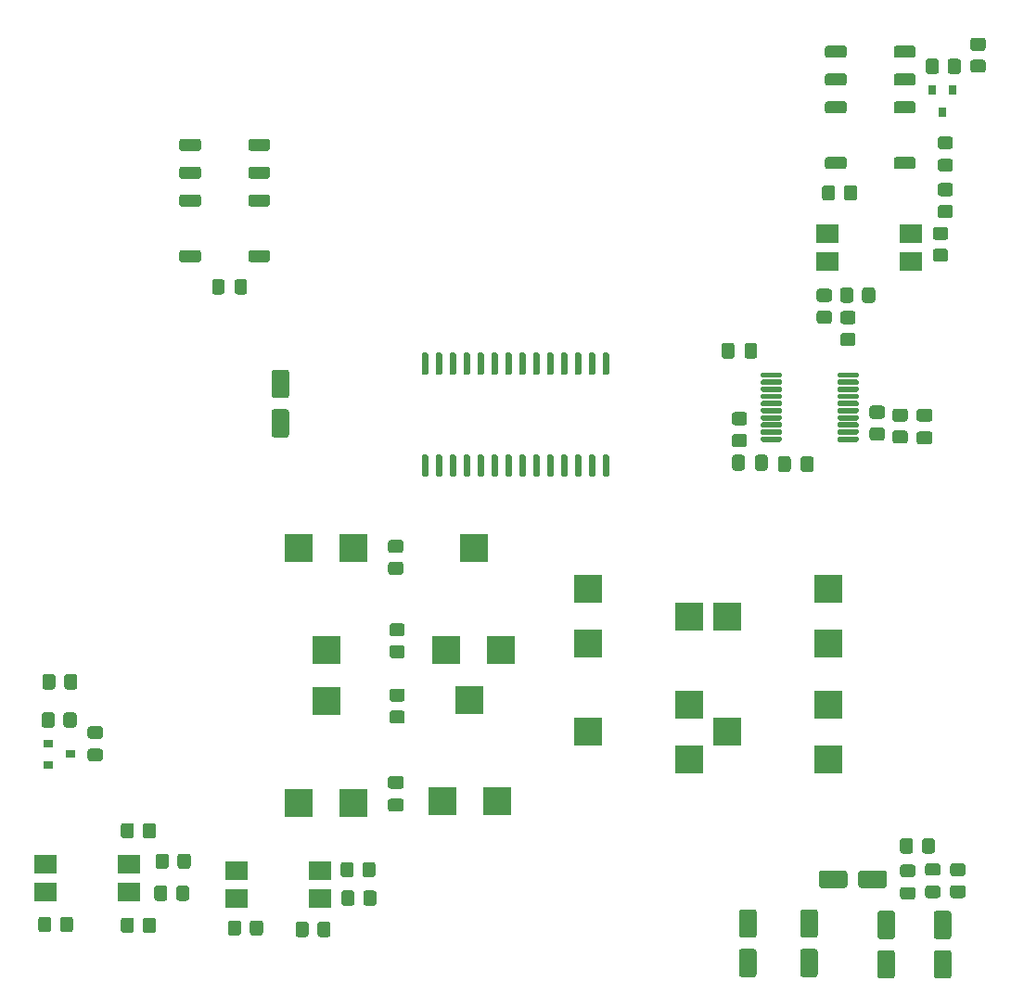
<source format=gbr>
%TF.GenerationSoftware,KiCad,Pcbnew,5.1.9-73d0e3b20d~88~ubuntu20.04.1*%
%TF.CreationDate,2021-04-05T22:07:47+03:00*%
%TF.ProjectId,hymRC,68796d52-432e-46b6-9963-61645f706362,rev?*%
%TF.SameCoordinates,Original*%
%TF.FileFunction,Paste,Top*%
%TF.FilePolarity,Positive*%
%FSLAX46Y46*%
G04 Gerber Fmt 4.6, Leading zero omitted, Abs format (unit mm)*
G04 Created by KiCad (PCBNEW 5.1.9-73d0e3b20d~88~ubuntu20.04.1) date 2021-04-05 22:07:47*
%MOMM*%
%LPD*%
G01*
G04 APERTURE LIST*
%ADD10R,2.000000X1.780000*%
%ADD11R,2.500000X2.500000*%
%ADD12R,0.800000X0.900000*%
%ADD13R,0.900000X0.800000*%
G04 APERTURE END LIST*
D10*
%TO.C,U12*%
X34671000Y-111252000D03*
X27051000Y-113792000D03*
X34671000Y-113792000D03*
X27051000Y-111252000D03*
%TD*%
%TO.C,U10*%
X106108500Y-53721000D03*
X98488500Y-56261000D03*
X106108500Y-56261000D03*
X98488500Y-53721000D03*
%TD*%
%TO.C,U3*%
X44513500Y-114363500D03*
X52133500Y-111823500D03*
X44513500Y-111823500D03*
X52133500Y-114363500D03*
%TD*%
%TO.C,U2*%
G36*
G01*
X78082000Y-73856000D02*
X78382000Y-73856000D01*
G75*
G02*
X78532000Y-74006000I0J-150000D01*
G01*
X78532000Y-75756000D01*
G75*
G02*
X78382000Y-75906000I-150000J0D01*
G01*
X78082000Y-75906000D01*
G75*
G02*
X77932000Y-75756000I0J150000D01*
G01*
X77932000Y-74006000D01*
G75*
G02*
X78082000Y-73856000I150000J0D01*
G01*
G37*
G36*
G01*
X76812000Y-73856000D02*
X77112000Y-73856000D01*
G75*
G02*
X77262000Y-74006000I0J-150000D01*
G01*
X77262000Y-75756000D01*
G75*
G02*
X77112000Y-75906000I-150000J0D01*
G01*
X76812000Y-75906000D01*
G75*
G02*
X76662000Y-75756000I0J150000D01*
G01*
X76662000Y-74006000D01*
G75*
G02*
X76812000Y-73856000I150000J0D01*
G01*
G37*
G36*
G01*
X75542000Y-73856000D02*
X75842000Y-73856000D01*
G75*
G02*
X75992000Y-74006000I0J-150000D01*
G01*
X75992000Y-75756000D01*
G75*
G02*
X75842000Y-75906000I-150000J0D01*
G01*
X75542000Y-75906000D01*
G75*
G02*
X75392000Y-75756000I0J150000D01*
G01*
X75392000Y-74006000D01*
G75*
G02*
X75542000Y-73856000I150000J0D01*
G01*
G37*
G36*
G01*
X74272000Y-73856000D02*
X74572000Y-73856000D01*
G75*
G02*
X74722000Y-74006000I0J-150000D01*
G01*
X74722000Y-75756000D01*
G75*
G02*
X74572000Y-75906000I-150000J0D01*
G01*
X74272000Y-75906000D01*
G75*
G02*
X74122000Y-75756000I0J150000D01*
G01*
X74122000Y-74006000D01*
G75*
G02*
X74272000Y-73856000I150000J0D01*
G01*
G37*
G36*
G01*
X73002000Y-73856000D02*
X73302000Y-73856000D01*
G75*
G02*
X73452000Y-74006000I0J-150000D01*
G01*
X73452000Y-75756000D01*
G75*
G02*
X73302000Y-75906000I-150000J0D01*
G01*
X73002000Y-75906000D01*
G75*
G02*
X72852000Y-75756000I0J150000D01*
G01*
X72852000Y-74006000D01*
G75*
G02*
X73002000Y-73856000I150000J0D01*
G01*
G37*
G36*
G01*
X71732000Y-73856000D02*
X72032000Y-73856000D01*
G75*
G02*
X72182000Y-74006000I0J-150000D01*
G01*
X72182000Y-75756000D01*
G75*
G02*
X72032000Y-75906000I-150000J0D01*
G01*
X71732000Y-75906000D01*
G75*
G02*
X71582000Y-75756000I0J150000D01*
G01*
X71582000Y-74006000D01*
G75*
G02*
X71732000Y-73856000I150000J0D01*
G01*
G37*
G36*
G01*
X70462000Y-73856000D02*
X70762000Y-73856000D01*
G75*
G02*
X70912000Y-74006000I0J-150000D01*
G01*
X70912000Y-75756000D01*
G75*
G02*
X70762000Y-75906000I-150000J0D01*
G01*
X70462000Y-75906000D01*
G75*
G02*
X70312000Y-75756000I0J150000D01*
G01*
X70312000Y-74006000D01*
G75*
G02*
X70462000Y-73856000I150000J0D01*
G01*
G37*
G36*
G01*
X69192000Y-73856000D02*
X69492000Y-73856000D01*
G75*
G02*
X69642000Y-74006000I0J-150000D01*
G01*
X69642000Y-75756000D01*
G75*
G02*
X69492000Y-75906000I-150000J0D01*
G01*
X69192000Y-75906000D01*
G75*
G02*
X69042000Y-75756000I0J150000D01*
G01*
X69042000Y-74006000D01*
G75*
G02*
X69192000Y-73856000I150000J0D01*
G01*
G37*
G36*
G01*
X67922000Y-73856000D02*
X68222000Y-73856000D01*
G75*
G02*
X68372000Y-74006000I0J-150000D01*
G01*
X68372000Y-75756000D01*
G75*
G02*
X68222000Y-75906000I-150000J0D01*
G01*
X67922000Y-75906000D01*
G75*
G02*
X67772000Y-75756000I0J150000D01*
G01*
X67772000Y-74006000D01*
G75*
G02*
X67922000Y-73856000I150000J0D01*
G01*
G37*
G36*
G01*
X66652000Y-73856000D02*
X66952000Y-73856000D01*
G75*
G02*
X67102000Y-74006000I0J-150000D01*
G01*
X67102000Y-75756000D01*
G75*
G02*
X66952000Y-75906000I-150000J0D01*
G01*
X66652000Y-75906000D01*
G75*
G02*
X66502000Y-75756000I0J150000D01*
G01*
X66502000Y-74006000D01*
G75*
G02*
X66652000Y-73856000I150000J0D01*
G01*
G37*
G36*
G01*
X65382000Y-73856000D02*
X65682000Y-73856000D01*
G75*
G02*
X65832000Y-74006000I0J-150000D01*
G01*
X65832000Y-75756000D01*
G75*
G02*
X65682000Y-75906000I-150000J0D01*
G01*
X65382000Y-75906000D01*
G75*
G02*
X65232000Y-75756000I0J150000D01*
G01*
X65232000Y-74006000D01*
G75*
G02*
X65382000Y-73856000I150000J0D01*
G01*
G37*
G36*
G01*
X64112000Y-73856000D02*
X64412000Y-73856000D01*
G75*
G02*
X64562000Y-74006000I0J-150000D01*
G01*
X64562000Y-75756000D01*
G75*
G02*
X64412000Y-75906000I-150000J0D01*
G01*
X64112000Y-75906000D01*
G75*
G02*
X63962000Y-75756000I0J150000D01*
G01*
X63962000Y-74006000D01*
G75*
G02*
X64112000Y-73856000I150000J0D01*
G01*
G37*
G36*
G01*
X62842000Y-73856000D02*
X63142000Y-73856000D01*
G75*
G02*
X63292000Y-74006000I0J-150000D01*
G01*
X63292000Y-75756000D01*
G75*
G02*
X63142000Y-75906000I-150000J0D01*
G01*
X62842000Y-75906000D01*
G75*
G02*
X62692000Y-75756000I0J150000D01*
G01*
X62692000Y-74006000D01*
G75*
G02*
X62842000Y-73856000I150000J0D01*
G01*
G37*
G36*
G01*
X61572000Y-73856000D02*
X61872000Y-73856000D01*
G75*
G02*
X62022000Y-74006000I0J-150000D01*
G01*
X62022000Y-75756000D01*
G75*
G02*
X61872000Y-75906000I-150000J0D01*
G01*
X61572000Y-75906000D01*
G75*
G02*
X61422000Y-75756000I0J150000D01*
G01*
X61422000Y-74006000D01*
G75*
G02*
X61572000Y-73856000I150000J0D01*
G01*
G37*
G36*
G01*
X61572000Y-64556000D02*
X61872000Y-64556000D01*
G75*
G02*
X62022000Y-64706000I0J-150000D01*
G01*
X62022000Y-66456000D01*
G75*
G02*
X61872000Y-66606000I-150000J0D01*
G01*
X61572000Y-66606000D01*
G75*
G02*
X61422000Y-66456000I0J150000D01*
G01*
X61422000Y-64706000D01*
G75*
G02*
X61572000Y-64556000I150000J0D01*
G01*
G37*
G36*
G01*
X62842000Y-64556000D02*
X63142000Y-64556000D01*
G75*
G02*
X63292000Y-64706000I0J-150000D01*
G01*
X63292000Y-66456000D01*
G75*
G02*
X63142000Y-66606000I-150000J0D01*
G01*
X62842000Y-66606000D01*
G75*
G02*
X62692000Y-66456000I0J150000D01*
G01*
X62692000Y-64706000D01*
G75*
G02*
X62842000Y-64556000I150000J0D01*
G01*
G37*
G36*
G01*
X64112000Y-64556000D02*
X64412000Y-64556000D01*
G75*
G02*
X64562000Y-64706000I0J-150000D01*
G01*
X64562000Y-66456000D01*
G75*
G02*
X64412000Y-66606000I-150000J0D01*
G01*
X64112000Y-66606000D01*
G75*
G02*
X63962000Y-66456000I0J150000D01*
G01*
X63962000Y-64706000D01*
G75*
G02*
X64112000Y-64556000I150000J0D01*
G01*
G37*
G36*
G01*
X65382000Y-64556000D02*
X65682000Y-64556000D01*
G75*
G02*
X65832000Y-64706000I0J-150000D01*
G01*
X65832000Y-66456000D01*
G75*
G02*
X65682000Y-66606000I-150000J0D01*
G01*
X65382000Y-66606000D01*
G75*
G02*
X65232000Y-66456000I0J150000D01*
G01*
X65232000Y-64706000D01*
G75*
G02*
X65382000Y-64556000I150000J0D01*
G01*
G37*
G36*
G01*
X66652000Y-64556000D02*
X66952000Y-64556000D01*
G75*
G02*
X67102000Y-64706000I0J-150000D01*
G01*
X67102000Y-66456000D01*
G75*
G02*
X66952000Y-66606000I-150000J0D01*
G01*
X66652000Y-66606000D01*
G75*
G02*
X66502000Y-66456000I0J150000D01*
G01*
X66502000Y-64706000D01*
G75*
G02*
X66652000Y-64556000I150000J0D01*
G01*
G37*
G36*
G01*
X67922000Y-64556000D02*
X68222000Y-64556000D01*
G75*
G02*
X68372000Y-64706000I0J-150000D01*
G01*
X68372000Y-66456000D01*
G75*
G02*
X68222000Y-66606000I-150000J0D01*
G01*
X67922000Y-66606000D01*
G75*
G02*
X67772000Y-66456000I0J150000D01*
G01*
X67772000Y-64706000D01*
G75*
G02*
X67922000Y-64556000I150000J0D01*
G01*
G37*
G36*
G01*
X69192000Y-64556000D02*
X69492000Y-64556000D01*
G75*
G02*
X69642000Y-64706000I0J-150000D01*
G01*
X69642000Y-66456000D01*
G75*
G02*
X69492000Y-66606000I-150000J0D01*
G01*
X69192000Y-66606000D01*
G75*
G02*
X69042000Y-66456000I0J150000D01*
G01*
X69042000Y-64706000D01*
G75*
G02*
X69192000Y-64556000I150000J0D01*
G01*
G37*
G36*
G01*
X70462000Y-64556000D02*
X70762000Y-64556000D01*
G75*
G02*
X70912000Y-64706000I0J-150000D01*
G01*
X70912000Y-66456000D01*
G75*
G02*
X70762000Y-66606000I-150000J0D01*
G01*
X70462000Y-66606000D01*
G75*
G02*
X70312000Y-66456000I0J150000D01*
G01*
X70312000Y-64706000D01*
G75*
G02*
X70462000Y-64556000I150000J0D01*
G01*
G37*
G36*
G01*
X71732000Y-64556000D02*
X72032000Y-64556000D01*
G75*
G02*
X72182000Y-64706000I0J-150000D01*
G01*
X72182000Y-66456000D01*
G75*
G02*
X72032000Y-66606000I-150000J0D01*
G01*
X71732000Y-66606000D01*
G75*
G02*
X71582000Y-66456000I0J150000D01*
G01*
X71582000Y-64706000D01*
G75*
G02*
X71732000Y-64556000I150000J0D01*
G01*
G37*
G36*
G01*
X73002000Y-64556000D02*
X73302000Y-64556000D01*
G75*
G02*
X73452000Y-64706000I0J-150000D01*
G01*
X73452000Y-66456000D01*
G75*
G02*
X73302000Y-66606000I-150000J0D01*
G01*
X73002000Y-66606000D01*
G75*
G02*
X72852000Y-66456000I0J150000D01*
G01*
X72852000Y-64706000D01*
G75*
G02*
X73002000Y-64556000I150000J0D01*
G01*
G37*
G36*
G01*
X74272000Y-64556000D02*
X74572000Y-64556000D01*
G75*
G02*
X74722000Y-64706000I0J-150000D01*
G01*
X74722000Y-66456000D01*
G75*
G02*
X74572000Y-66606000I-150000J0D01*
G01*
X74272000Y-66606000D01*
G75*
G02*
X74122000Y-66456000I0J150000D01*
G01*
X74122000Y-64706000D01*
G75*
G02*
X74272000Y-64556000I150000J0D01*
G01*
G37*
G36*
G01*
X75542000Y-64556000D02*
X75842000Y-64556000D01*
G75*
G02*
X75992000Y-64706000I0J-150000D01*
G01*
X75992000Y-66456000D01*
G75*
G02*
X75842000Y-66606000I-150000J0D01*
G01*
X75542000Y-66606000D01*
G75*
G02*
X75392000Y-66456000I0J150000D01*
G01*
X75392000Y-64706000D01*
G75*
G02*
X75542000Y-64556000I150000J0D01*
G01*
G37*
G36*
G01*
X76812000Y-64556000D02*
X77112000Y-64556000D01*
G75*
G02*
X77262000Y-64706000I0J-150000D01*
G01*
X77262000Y-66456000D01*
G75*
G02*
X77112000Y-66606000I-150000J0D01*
G01*
X76812000Y-66606000D01*
G75*
G02*
X76662000Y-66456000I0J150000D01*
G01*
X76662000Y-64706000D01*
G75*
G02*
X76812000Y-64556000I150000J0D01*
G01*
G37*
G36*
G01*
X78082000Y-64556000D02*
X78382000Y-64556000D01*
G75*
G02*
X78532000Y-64706000I0J-150000D01*
G01*
X78532000Y-66456000D01*
G75*
G02*
X78382000Y-66606000I-150000J0D01*
G01*
X78082000Y-66606000D01*
G75*
G02*
X77932000Y-66456000I0J150000D01*
G01*
X77932000Y-64706000D01*
G75*
G02*
X78082000Y-64556000I150000J0D01*
G01*
G37*
%TD*%
%TO.C,U1*%
G36*
G01*
X94287500Y-72332500D02*
X94287500Y-72582500D01*
G75*
G02*
X94162500Y-72707500I-125000J0D01*
G01*
X92512500Y-72707500D01*
G75*
G02*
X92387500Y-72582500I0J125000D01*
G01*
X92387500Y-72332500D01*
G75*
G02*
X92512500Y-72207500I125000J0D01*
G01*
X94162500Y-72207500D01*
G75*
G02*
X94287500Y-72332500I0J-125000D01*
G01*
G37*
G36*
G01*
X94287500Y-71682500D02*
X94287500Y-71932500D01*
G75*
G02*
X94162500Y-72057500I-125000J0D01*
G01*
X92512500Y-72057500D01*
G75*
G02*
X92387500Y-71932500I0J125000D01*
G01*
X92387500Y-71682500D01*
G75*
G02*
X92512500Y-71557500I125000J0D01*
G01*
X94162500Y-71557500D01*
G75*
G02*
X94287500Y-71682500I0J-125000D01*
G01*
G37*
G36*
G01*
X94287500Y-71032500D02*
X94287500Y-71282500D01*
G75*
G02*
X94162500Y-71407500I-125000J0D01*
G01*
X92512500Y-71407500D01*
G75*
G02*
X92387500Y-71282500I0J125000D01*
G01*
X92387500Y-71032500D01*
G75*
G02*
X92512500Y-70907500I125000J0D01*
G01*
X94162500Y-70907500D01*
G75*
G02*
X94287500Y-71032500I0J-125000D01*
G01*
G37*
G36*
G01*
X94287500Y-70382500D02*
X94287500Y-70632500D01*
G75*
G02*
X94162500Y-70757500I-125000J0D01*
G01*
X92512500Y-70757500D01*
G75*
G02*
X92387500Y-70632500I0J125000D01*
G01*
X92387500Y-70382500D01*
G75*
G02*
X92512500Y-70257500I125000J0D01*
G01*
X94162500Y-70257500D01*
G75*
G02*
X94287500Y-70382500I0J-125000D01*
G01*
G37*
G36*
G01*
X94287500Y-69732500D02*
X94287500Y-69982500D01*
G75*
G02*
X94162500Y-70107500I-125000J0D01*
G01*
X92512500Y-70107500D01*
G75*
G02*
X92387500Y-69982500I0J125000D01*
G01*
X92387500Y-69732500D01*
G75*
G02*
X92512500Y-69607500I125000J0D01*
G01*
X94162500Y-69607500D01*
G75*
G02*
X94287500Y-69732500I0J-125000D01*
G01*
G37*
G36*
G01*
X94287500Y-69082500D02*
X94287500Y-69332500D01*
G75*
G02*
X94162500Y-69457500I-125000J0D01*
G01*
X92512500Y-69457500D01*
G75*
G02*
X92387500Y-69332500I0J125000D01*
G01*
X92387500Y-69082500D01*
G75*
G02*
X92512500Y-68957500I125000J0D01*
G01*
X94162500Y-68957500D01*
G75*
G02*
X94287500Y-69082500I0J-125000D01*
G01*
G37*
G36*
G01*
X94287500Y-68432500D02*
X94287500Y-68682500D01*
G75*
G02*
X94162500Y-68807500I-125000J0D01*
G01*
X92512500Y-68807500D01*
G75*
G02*
X92387500Y-68682500I0J125000D01*
G01*
X92387500Y-68432500D01*
G75*
G02*
X92512500Y-68307500I125000J0D01*
G01*
X94162500Y-68307500D01*
G75*
G02*
X94287500Y-68432500I0J-125000D01*
G01*
G37*
G36*
G01*
X94287500Y-67782500D02*
X94287500Y-68032500D01*
G75*
G02*
X94162500Y-68157500I-125000J0D01*
G01*
X92512500Y-68157500D01*
G75*
G02*
X92387500Y-68032500I0J125000D01*
G01*
X92387500Y-67782500D01*
G75*
G02*
X92512500Y-67657500I125000J0D01*
G01*
X94162500Y-67657500D01*
G75*
G02*
X94287500Y-67782500I0J-125000D01*
G01*
G37*
G36*
G01*
X94287500Y-67132500D02*
X94287500Y-67382500D01*
G75*
G02*
X94162500Y-67507500I-125000J0D01*
G01*
X92512500Y-67507500D01*
G75*
G02*
X92387500Y-67382500I0J125000D01*
G01*
X92387500Y-67132500D01*
G75*
G02*
X92512500Y-67007500I125000J0D01*
G01*
X94162500Y-67007500D01*
G75*
G02*
X94287500Y-67132500I0J-125000D01*
G01*
G37*
G36*
G01*
X94287500Y-66482500D02*
X94287500Y-66732500D01*
G75*
G02*
X94162500Y-66857500I-125000J0D01*
G01*
X92512500Y-66857500D01*
G75*
G02*
X92387500Y-66732500I0J125000D01*
G01*
X92387500Y-66482500D01*
G75*
G02*
X92512500Y-66357500I125000J0D01*
G01*
X94162500Y-66357500D01*
G75*
G02*
X94287500Y-66482500I0J-125000D01*
G01*
G37*
G36*
G01*
X101287500Y-66482500D02*
X101287500Y-66732500D01*
G75*
G02*
X101162500Y-66857500I-125000J0D01*
G01*
X99512500Y-66857500D01*
G75*
G02*
X99387500Y-66732500I0J125000D01*
G01*
X99387500Y-66482500D01*
G75*
G02*
X99512500Y-66357500I125000J0D01*
G01*
X101162500Y-66357500D01*
G75*
G02*
X101287500Y-66482500I0J-125000D01*
G01*
G37*
G36*
G01*
X101287500Y-67132500D02*
X101287500Y-67382500D01*
G75*
G02*
X101162500Y-67507500I-125000J0D01*
G01*
X99512500Y-67507500D01*
G75*
G02*
X99387500Y-67382500I0J125000D01*
G01*
X99387500Y-67132500D01*
G75*
G02*
X99512500Y-67007500I125000J0D01*
G01*
X101162500Y-67007500D01*
G75*
G02*
X101287500Y-67132500I0J-125000D01*
G01*
G37*
G36*
G01*
X101287500Y-67782500D02*
X101287500Y-68032500D01*
G75*
G02*
X101162500Y-68157500I-125000J0D01*
G01*
X99512500Y-68157500D01*
G75*
G02*
X99387500Y-68032500I0J125000D01*
G01*
X99387500Y-67782500D01*
G75*
G02*
X99512500Y-67657500I125000J0D01*
G01*
X101162500Y-67657500D01*
G75*
G02*
X101287500Y-67782500I0J-125000D01*
G01*
G37*
G36*
G01*
X101287500Y-68432500D02*
X101287500Y-68682500D01*
G75*
G02*
X101162500Y-68807500I-125000J0D01*
G01*
X99512500Y-68807500D01*
G75*
G02*
X99387500Y-68682500I0J125000D01*
G01*
X99387500Y-68432500D01*
G75*
G02*
X99512500Y-68307500I125000J0D01*
G01*
X101162500Y-68307500D01*
G75*
G02*
X101287500Y-68432500I0J-125000D01*
G01*
G37*
G36*
G01*
X101287500Y-69082500D02*
X101287500Y-69332500D01*
G75*
G02*
X101162500Y-69457500I-125000J0D01*
G01*
X99512500Y-69457500D01*
G75*
G02*
X99387500Y-69332500I0J125000D01*
G01*
X99387500Y-69082500D01*
G75*
G02*
X99512500Y-68957500I125000J0D01*
G01*
X101162500Y-68957500D01*
G75*
G02*
X101287500Y-69082500I0J-125000D01*
G01*
G37*
G36*
G01*
X101287500Y-69732500D02*
X101287500Y-69982500D01*
G75*
G02*
X101162500Y-70107500I-125000J0D01*
G01*
X99512500Y-70107500D01*
G75*
G02*
X99387500Y-69982500I0J125000D01*
G01*
X99387500Y-69732500D01*
G75*
G02*
X99512500Y-69607500I125000J0D01*
G01*
X101162500Y-69607500D01*
G75*
G02*
X101287500Y-69732500I0J-125000D01*
G01*
G37*
G36*
G01*
X101287500Y-70382500D02*
X101287500Y-70632500D01*
G75*
G02*
X101162500Y-70757500I-125000J0D01*
G01*
X99512500Y-70757500D01*
G75*
G02*
X99387500Y-70632500I0J125000D01*
G01*
X99387500Y-70382500D01*
G75*
G02*
X99512500Y-70257500I125000J0D01*
G01*
X101162500Y-70257500D01*
G75*
G02*
X101287500Y-70382500I0J-125000D01*
G01*
G37*
G36*
G01*
X101287500Y-71032500D02*
X101287500Y-71282500D01*
G75*
G02*
X101162500Y-71407500I-125000J0D01*
G01*
X99512500Y-71407500D01*
G75*
G02*
X99387500Y-71282500I0J125000D01*
G01*
X99387500Y-71032500D01*
G75*
G02*
X99512500Y-70907500I125000J0D01*
G01*
X101162500Y-70907500D01*
G75*
G02*
X101287500Y-71032500I0J-125000D01*
G01*
G37*
G36*
G01*
X101287500Y-71682500D02*
X101287500Y-71932500D01*
G75*
G02*
X101162500Y-72057500I-125000J0D01*
G01*
X99512500Y-72057500D01*
G75*
G02*
X99387500Y-71932500I0J125000D01*
G01*
X99387500Y-71682500D01*
G75*
G02*
X99512500Y-71557500I125000J0D01*
G01*
X101162500Y-71557500D01*
G75*
G02*
X101287500Y-71682500I0J-125000D01*
G01*
G37*
G36*
G01*
X101287500Y-72332500D02*
X101287500Y-72582500D01*
G75*
G02*
X101162500Y-72707500I-125000J0D01*
G01*
X99512500Y-72707500D01*
G75*
G02*
X99387500Y-72582500I0J125000D01*
G01*
X99387500Y-72332500D01*
G75*
G02*
X99512500Y-72207500I125000J0D01*
G01*
X101162500Y-72207500D01*
G75*
G02*
X101287500Y-72332500I0J-125000D01*
G01*
G37*
%TD*%
D11*
%TO.C,RV8*%
X98541500Y-96687000D03*
X89291500Y-99187000D03*
X98541500Y-101687000D03*
%TD*%
%TO.C,RV7*%
X76591500Y-91146000D03*
X85841500Y-88646000D03*
X76591500Y-86146000D03*
%TD*%
%TO.C,RV6*%
X85841500Y-96687000D03*
X76591500Y-99187000D03*
X85841500Y-101687000D03*
%TD*%
%TO.C,RV5*%
X98541500Y-86146000D03*
X89291500Y-88646000D03*
X98541500Y-91146000D03*
%TD*%
%TO.C,RV4*%
X68667000Y-91683500D03*
X66167000Y-82433500D03*
X63667000Y-91683500D03*
%TD*%
%TO.C,RV3*%
X55205000Y-105653500D03*
X52705000Y-96403500D03*
X50205000Y-105653500D03*
%TD*%
%TO.C,RV2*%
X50205000Y-82433500D03*
X52705000Y-91683500D03*
X55205000Y-82433500D03*
%TD*%
%TO.C,RV1*%
X68286000Y-105526500D03*
X65786000Y-96276500D03*
X63286000Y-105526500D03*
%TD*%
%TO.C,R93*%
G36*
G01*
X39008000Y-114369001D02*
X39008000Y-113468999D01*
G75*
G02*
X39257999Y-113219000I249999J0D01*
G01*
X39958001Y-113219000D01*
G75*
G02*
X40208000Y-113468999I0J-249999D01*
G01*
X40208000Y-114369001D01*
G75*
G02*
X39958001Y-114619000I-249999J0D01*
G01*
X39257999Y-114619000D01*
G75*
G02*
X39008000Y-114369001I0J249999D01*
G01*
G37*
G36*
G01*
X37008000Y-114369001D02*
X37008000Y-113468999D01*
G75*
G02*
X37257999Y-113219000I249999J0D01*
G01*
X37958001Y-113219000D01*
G75*
G02*
X38208000Y-113468999I0J-249999D01*
G01*
X38208000Y-114369001D01*
G75*
G02*
X37958001Y-114619000I-249999J0D01*
G01*
X37257999Y-114619000D01*
G75*
G02*
X37008000Y-114369001I0J249999D01*
G01*
G37*
%TD*%
%TO.C,R92*%
G36*
G01*
X39135000Y-111448001D02*
X39135000Y-110547999D01*
G75*
G02*
X39384999Y-110298000I249999J0D01*
G01*
X40085001Y-110298000D01*
G75*
G02*
X40335000Y-110547999I0J-249999D01*
G01*
X40335000Y-111448001D01*
G75*
G02*
X40085001Y-111698000I-249999J0D01*
G01*
X39384999Y-111698000D01*
G75*
G02*
X39135000Y-111448001I0J249999D01*
G01*
G37*
G36*
G01*
X37135000Y-111448001D02*
X37135000Y-110547999D01*
G75*
G02*
X37384999Y-110298000I249999J0D01*
G01*
X38085001Y-110298000D01*
G75*
G02*
X38335000Y-110547999I0J-249999D01*
G01*
X38335000Y-111448001D01*
G75*
G02*
X38085001Y-111698000I-249999J0D01*
G01*
X37384999Y-111698000D01*
G75*
G02*
X37135000Y-111448001I0J249999D01*
G01*
G37*
%TD*%
%TO.C,R91*%
G36*
G01*
X35160000Y-116389999D02*
X35160000Y-117290001D01*
G75*
G02*
X34910001Y-117540000I-249999J0D01*
G01*
X34209999Y-117540000D01*
G75*
G02*
X33960000Y-117290001I0J249999D01*
G01*
X33960000Y-116389999D01*
G75*
G02*
X34209999Y-116140000I249999J0D01*
G01*
X34910001Y-116140000D01*
G75*
G02*
X35160000Y-116389999I0J-249999D01*
G01*
G37*
G36*
G01*
X37160000Y-116389999D02*
X37160000Y-117290001D01*
G75*
G02*
X36910001Y-117540000I-249999J0D01*
G01*
X36209999Y-117540000D01*
G75*
G02*
X35960000Y-117290001I0J249999D01*
G01*
X35960000Y-116389999D01*
G75*
G02*
X36209999Y-116140000I249999J0D01*
G01*
X36910001Y-116140000D01*
G75*
G02*
X37160000Y-116389999I0J-249999D01*
G01*
G37*
%TD*%
%TO.C,R90*%
G36*
G01*
X35160000Y-107753999D02*
X35160000Y-108654001D01*
G75*
G02*
X34910001Y-108904000I-249999J0D01*
G01*
X34209999Y-108904000D01*
G75*
G02*
X33960000Y-108654001I0J249999D01*
G01*
X33960000Y-107753999D01*
G75*
G02*
X34209999Y-107504000I249999J0D01*
G01*
X34910001Y-107504000D01*
G75*
G02*
X35160000Y-107753999I0J-249999D01*
G01*
G37*
G36*
G01*
X37160000Y-107753999D02*
X37160000Y-108654001D01*
G75*
G02*
X36910001Y-108904000I-249999J0D01*
G01*
X36209999Y-108904000D01*
G75*
G02*
X35960000Y-108654001I0J249999D01*
G01*
X35960000Y-107753999D01*
G75*
G02*
X36209999Y-107504000I249999J0D01*
G01*
X36910001Y-107504000D01*
G75*
G02*
X37160000Y-107753999I0J-249999D01*
G01*
G37*
%TD*%
%TO.C,R89*%
G36*
G01*
X27603500Y-116326499D02*
X27603500Y-117226501D01*
G75*
G02*
X27353501Y-117476500I-249999J0D01*
G01*
X26653499Y-117476500D01*
G75*
G02*
X26403500Y-117226501I0J249999D01*
G01*
X26403500Y-116326499D01*
G75*
G02*
X26653499Y-116076500I249999J0D01*
G01*
X27353501Y-116076500D01*
G75*
G02*
X27603500Y-116326499I0J-249999D01*
G01*
G37*
G36*
G01*
X29603500Y-116326499D02*
X29603500Y-117226501D01*
G75*
G02*
X29353501Y-117476500I-249999J0D01*
G01*
X28653499Y-117476500D01*
G75*
G02*
X28403500Y-117226501I0J249999D01*
G01*
X28403500Y-116326499D01*
G75*
G02*
X28653499Y-116076500I249999J0D01*
G01*
X29353501Y-116076500D01*
G75*
G02*
X29603500Y-116326499I0J-249999D01*
G01*
G37*
%TD*%
%TO.C,R84*%
G36*
G01*
X99168000Y-49524499D02*
X99168000Y-50424501D01*
G75*
G02*
X98918001Y-50674500I-249999J0D01*
G01*
X98217999Y-50674500D01*
G75*
G02*
X97968000Y-50424501I0J249999D01*
G01*
X97968000Y-49524499D01*
G75*
G02*
X98217999Y-49274500I249999J0D01*
G01*
X98918001Y-49274500D01*
G75*
G02*
X99168000Y-49524499I0J-249999D01*
G01*
G37*
G36*
G01*
X101168000Y-49524499D02*
X101168000Y-50424501D01*
G75*
G02*
X100918001Y-50674500I-249999J0D01*
G01*
X100217999Y-50674500D01*
G75*
G02*
X99968000Y-50424501I0J249999D01*
G01*
X99968000Y-49524499D01*
G75*
G02*
X100217999Y-49274500I249999J0D01*
G01*
X100918001Y-49274500D01*
G75*
G02*
X101168000Y-49524499I0J-249999D01*
G01*
G37*
%TD*%
%TO.C,R83*%
G36*
G01*
X101619000Y-59759001D02*
X101619000Y-58858999D01*
G75*
G02*
X101868999Y-58609000I249999J0D01*
G01*
X102569001Y-58609000D01*
G75*
G02*
X102819000Y-58858999I0J-249999D01*
G01*
X102819000Y-59759001D01*
G75*
G02*
X102569001Y-60009000I-249999J0D01*
G01*
X101868999Y-60009000D01*
G75*
G02*
X101619000Y-59759001I0J249999D01*
G01*
G37*
G36*
G01*
X99619000Y-59759001D02*
X99619000Y-58858999D01*
G75*
G02*
X99868999Y-58609000I249999J0D01*
G01*
X100569001Y-58609000D01*
G75*
G02*
X100819000Y-58858999I0J-249999D01*
G01*
X100819000Y-59759001D01*
G75*
G02*
X100569001Y-60009000I-249999J0D01*
G01*
X99868999Y-60009000D01*
G75*
G02*
X99619000Y-59759001I0J249999D01*
G01*
G37*
%TD*%
%TO.C,R82*%
G36*
G01*
X97720999Y-60725000D02*
X98621001Y-60725000D01*
G75*
G02*
X98871000Y-60974999I0J-249999D01*
G01*
X98871000Y-61675001D01*
G75*
G02*
X98621001Y-61925000I-249999J0D01*
G01*
X97720999Y-61925000D01*
G75*
G02*
X97471000Y-61675001I0J249999D01*
G01*
X97471000Y-60974999D01*
G75*
G02*
X97720999Y-60725000I249999J0D01*
G01*
G37*
G36*
G01*
X97720999Y-58725000D02*
X98621001Y-58725000D01*
G75*
G02*
X98871000Y-58974999I0J-249999D01*
G01*
X98871000Y-59675001D01*
G75*
G02*
X98621001Y-59925000I-249999J0D01*
G01*
X97720999Y-59925000D01*
G75*
G02*
X97471000Y-59675001I0J249999D01*
G01*
X97471000Y-58974999D01*
G75*
G02*
X97720999Y-58725000I249999J0D01*
G01*
G37*
%TD*%
%TO.C,R81*%
G36*
G01*
X99879999Y-62757000D02*
X100780001Y-62757000D01*
G75*
G02*
X101030000Y-63006999I0J-249999D01*
G01*
X101030000Y-63707001D01*
G75*
G02*
X100780001Y-63957000I-249999J0D01*
G01*
X99879999Y-63957000D01*
G75*
G02*
X99630000Y-63707001I0J249999D01*
G01*
X99630000Y-63006999D01*
G75*
G02*
X99879999Y-62757000I249999J0D01*
G01*
G37*
G36*
G01*
X99879999Y-60757000D02*
X100780001Y-60757000D01*
G75*
G02*
X101030000Y-61006999I0J-249999D01*
G01*
X101030000Y-61707001D01*
G75*
G02*
X100780001Y-61957000I-249999J0D01*
G01*
X99879999Y-61957000D01*
G75*
G02*
X99630000Y-61707001I0J249999D01*
G01*
X99630000Y-61006999D01*
G75*
G02*
X99879999Y-60757000I249999J0D01*
G01*
G37*
%TD*%
%TO.C,R78*%
G36*
G01*
X45739000Y-117544001D02*
X45739000Y-116643999D01*
G75*
G02*
X45988999Y-116394000I249999J0D01*
G01*
X46689001Y-116394000D01*
G75*
G02*
X46939000Y-116643999I0J-249999D01*
G01*
X46939000Y-117544001D01*
G75*
G02*
X46689001Y-117794000I-249999J0D01*
G01*
X45988999Y-117794000D01*
G75*
G02*
X45739000Y-117544001I0J249999D01*
G01*
G37*
G36*
G01*
X43739000Y-117544001D02*
X43739000Y-116643999D01*
G75*
G02*
X43988999Y-116394000I249999J0D01*
G01*
X44689001Y-116394000D01*
G75*
G02*
X44939000Y-116643999I0J-249999D01*
G01*
X44939000Y-117544001D01*
G75*
G02*
X44689001Y-117794000I-249999J0D01*
G01*
X43988999Y-117794000D01*
G75*
G02*
X43739000Y-117544001I0J249999D01*
G01*
G37*
%TD*%
%TO.C,R77*%
G36*
G01*
X51098500Y-116770999D02*
X51098500Y-117671001D01*
G75*
G02*
X50848501Y-117921000I-249999J0D01*
G01*
X50148499Y-117921000D01*
G75*
G02*
X49898500Y-117671001I0J249999D01*
G01*
X49898500Y-116770999D01*
G75*
G02*
X50148499Y-116521000I249999J0D01*
G01*
X50848501Y-116521000D01*
G75*
G02*
X51098500Y-116770999I0J-249999D01*
G01*
G37*
G36*
G01*
X53098500Y-116770999D02*
X53098500Y-117671001D01*
G75*
G02*
X52848501Y-117921000I-249999J0D01*
G01*
X52148499Y-117921000D01*
G75*
G02*
X51898500Y-117671001I0J249999D01*
G01*
X51898500Y-116770999D01*
G75*
G02*
X52148499Y-116521000I249999J0D01*
G01*
X52848501Y-116521000D01*
G75*
G02*
X53098500Y-116770999I0J-249999D01*
G01*
G37*
%TD*%
%TO.C,R41*%
G36*
G01*
X59632001Y-90468500D02*
X58731999Y-90468500D01*
G75*
G02*
X58482000Y-90218501I0J249999D01*
G01*
X58482000Y-89518499D01*
G75*
G02*
X58731999Y-89268500I249999J0D01*
G01*
X59632001Y-89268500D01*
G75*
G02*
X59882000Y-89518499I0J-249999D01*
G01*
X59882000Y-90218501D01*
G75*
G02*
X59632001Y-90468500I-249999J0D01*
G01*
G37*
G36*
G01*
X59632001Y-92468500D02*
X58731999Y-92468500D01*
G75*
G02*
X58482000Y-92218501I0J249999D01*
G01*
X58482000Y-91518499D01*
G75*
G02*
X58731999Y-91268500I249999J0D01*
G01*
X59632001Y-91268500D01*
G75*
G02*
X59882000Y-91518499I0J-249999D01*
G01*
X59882000Y-92218501D01*
G75*
G02*
X59632001Y-92468500I-249999J0D01*
G01*
G37*
%TD*%
%TO.C,R32*%
G36*
G01*
X59505001Y-82848500D02*
X58604999Y-82848500D01*
G75*
G02*
X58355000Y-82598501I0J249999D01*
G01*
X58355000Y-81898499D01*
G75*
G02*
X58604999Y-81648500I249999J0D01*
G01*
X59505001Y-81648500D01*
G75*
G02*
X59755000Y-81898499I0J-249999D01*
G01*
X59755000Y-82598501D01*
G75*
G02*
X59505001Y-82848500I-249999J0D01*
G01*
G37*
G36*
G01*
X59505001Y-84848500D02*
X58604999Y-84848500D01*
G75*
G02*
X58355000Y-84598501I0J249999D01*
G01*
X58355000Y-83898499D01*
G75*
G02*
X58604999Y-83648500I249999J0D01*
G01*
X59505001Y-83648500D01*
G75*
G02*
X59755000Y-83898499I0J-249999D01*
G01*
X59755000Y-84598501D01*
G75*
G02*
X59505001Y-84848500I-249999J0D01*
G01*
G37*
%TD*%
%TO.C,R24*%
G36*
G01*
X59632001Y-96437500D02*
X58731999Y-96437500D01*
G75*
G02*
X58482000Y-96187501I0J249999D01*
G01*
X58482000Y-95487499D01*
G75*
G02*
X58731999Y-95237500I249999J0D01*
G01*
X59632001Y-95237500D01*
G75*
G02*
X59882000Y-95487499I0J-249999D01*
G01*
X59882000Y-96187501D01*
G75*
G02*
X59632001Y-96437500I-249999J0D01*
G01*
G37*
G36*
G01*
X59632001Y-98437500D02*
X58731999Y-98437500D01*
G75*
G02*
X58482000Y-98187501I0J249999D01*
G01*
X58482000Y-97487499D01*
G75*
G02*
X58731999Y-97237500I249999J0D01*
G01*
X59632001Y-97237500D01*
G75*
G02*
X59882000Y-97487499I0J-249999D01*
G01*
X59882000Y-98187501D01*
G75*
G02*
X59632001Y-98437500I-249999J0D01*
G01*
G37*
%TD*%
%TO.C,R23*%
G36*
G01*
X107080000Y-110051001D02*
X107080000Y-109150999D01*
G75*
G02*
X107329999Y-108901000I249999J0D01*
G01*
X108030001Y-108901000D01*
G75*
G02*
X108280000Y-109150999I0J-249999D01*
G01*
X108280000Y-110051001D01*
G75*
G02*
X108030001Y-110301000I-249999J0D01*
G01*
X107329999Y-110301000D01*
G75*
G02*
X107080000Y-110051001I0J249999D01*
G01*
G37*
G36*
G01*
X105080000Y-110051001D02*
X105080000Y-109150999D01*
G75*
G02*
X105329999Y-108901000I249999J0D01*
G01*
X106030001Y-108901000D01*
G75*
G02*
X106280000Y-109150999I0J-249999D01*
G01*
X106280000Y-110051001D01*
G75*
G02*
X106030001Y-110301000I-249999J0D01*
G01*
X105329999Y-110301000D01*
G75*
G02*
X105080000Y-110051001I0J249999D01*
G01*
G37*
%TD*%
%TO.C,R22*%
G36*
G01*
X110813001Y-112376000D02*
X109912999Y-112376000D01*
G75*
G02*
X109663000Y-112126001I0J249999D01*
G01*
X109663000Y-111425999D01*
G75*
G02*
X109912999Y-111176000I249999J0D01*
G01*
X110813001Y-111176000D01*
G75*
G02*
X111063000Y-111425999I0J-249999D01*
G01*
X111063000Y-112126001D01*
G75*
G02*
X110813001Y-112376000I-249999J0D01*
G01*
G37*
G36*
G01*
X110813001Y-114376000D02*
X109912999Y-114376000D01*
G75*
G02*
X109663000Y-114126001I0J249999D01*
G01*
X109663000Y-113425999D01*
G75*
G02*
X109912999Y-113176000I249999J0D01*
G01*
X110813001Y-113176000D01*
G75*
G02*
X111063000Y-113425999I0J-249999D01*
G01*
X111063000Y-114126001D01*
G75*
G02*
X110813001Y-114376000I-249999J0D01*
G01*
G37*
%TD*%
%TO.C,R21*%
G36*
G01*
X108629500Y-37967499D02*
X108629500Y-38867501D01*
G75*
G02*
X108379501Y-39117500I-249999J0D01*
G01*
X107679499Y-39117500D01*
G75*
G02*
X107429500Y-38867501I0J249999D01*
G01*
X107429500Y-37967499D01*
G75*
G02*
X107679499Y-37717500I249999J0D01*
G01*
X108379501Y-37717500D01*
G75*
G02*
X108629500Y-37967499I0J-249999D01*
G01*
G37*
G36*
G01*
X110629500Y-37967499D02*
X110629500Y-38867501D01*
G75*
G02*
X110379501Y-39117500I-249999J0D01*
G01*
X109679499Y-39117500D01*
G75*
G02*
X109429500Y-38867501I0J249999D01*
G01*
X109429500Y-37967499D01*
G75*
G02*
X109679499Y-37717500I249999J0D01*
G01*
X110379501Y-37717500D01*
G75*
G02*
X110629500Y-37967499I0J-249999D01*
G01*
G37*
%TD*%
%TO.C,R20*%
G36*
G01*
X112654501Y-37001500D02*
X111754499Y-37001500D01*
G75*
G02*
X111504500Y-36751501I0J249999D01*
G01*
X111504500Y-36051499D01*
G75*
G02*
X111754499Y-35801500I249999J0D01*
G01*
X112654501Y-35801500D01*
G75*
G02*
X112904500Y-36051499I0J-249999D01*
G01*
X112904500Y-36751501D01*
G75*
G02*
X112654501Y-37001500I-249999J0D01*
G01*
G37*
G36*
G01*
X112654501Y-39001500D02*
X111754499Y-39001500D01*
G75*
G02*
X111504500Y-38751501I0J249999D01*
G01*
X111504500Y-38051499D01*
G75*
G02*
X111754499Y-37801500I249999J0D01*
G01*
X112654501Y-37801500D01*
G75*
G02*
X112904500Y-38051499I0J-249999D01*
G01*
X112904500Y-38751501D01*
G75*
G02*
X112654501Y-39001500I-249999J0D01*
G01*
G37*
%TD*%
%TO.C,R17*%
G36*
G01*
X28721000Y-98557501D02*
X28721000Y-97657499D01*
G75*
G02*
X28970999Y-97407500I249999J0D01*
G01*
X29671001Y-97407500D01*
G75*
G02*
X29921000Y-97657499I0J-249999D01*
G01*
X29921000Y-98557501D01*
G75*
G02*
X29671001Y-98807500I-249999J0D01*
G01*
X28970999Y-98807500D01*
G75*
G02*
X28721000Y-98557501I0J249999D01*
G01*
G37*
G36*
G01*
X26721000Y-98557501D02*
X26721000Y-97657499D01*
G75*
G02*
X26970999Y-97407500I249999J0D01*
G01*
X27671001Y-97407500D01*
G75*
G02*
X27921000Y-97657499I0J-249999D01*
G01*
X27921000Y-98557501D01*
G75*
G02*
X27671001Y-98807500I-249999J0D01*
G01*
X26970999Y-98807500D01*
G75*
G02*
X26721000Y-98557501I0J249999D01*
G01*
G37*
%TD*%
%TO.C,R16*%
G36*
G01*
X28784500Y-95065001D02*
X28784500Y-94164999D01*
G75*
G02*
X29034499Y-93915000I249999J0D01*
G01*
X29734501Y-93915000D01*
G75*
G02*
X29984500Y-94164999I0J-249999D01*
G01*
X29984500Y-95065001D01*
G75*
G02*
X29734501Y-95315000I-249999J0D01*
G01*
X29034499Y-95315000D01*
G75*
G02*
X28784500Y-95065001I0J249999D01*
G01*
G37*
G36*
G01*
X26784500Y-95065001D02*
X26784500Y-94164999D01*
G75*
G02*
X27034499Y-93915000I249999J0D01*
G01*
X27734501Y-93915000D01*
G75*
G02*
X27984500Y-94164999I0J-249999D01*
G01*
X27984500Y-95065001D01*
G75*
G02*
X27734501Y-95315000I-249999J0D01*
G01*
X27034499Y-95315000D01*
G75*
G02*
X26784500Y-95065001I0J249999D01*
G01*
G37*
%TD*%
%TO.C,R13*%
G36*
G01*
X56010000Y-112210001D02*
X56010000Y-111309999D01*
G75*
G02*
X56259999Y-111060000I249999J0D01*
G01*
X56960001Y-111060000D01*
G75*
G02*
X57210000Y-111309999I0J-249999D01*
G01*
X57210000Y-112210001D01*
G75*
G02*
X56960001Y-112460000I-249999J0D01*
G01*
X56259999Y-112460000D01*
G75*
G02*
X56010000Y-112210001I0J249999D01*
G01*
G37*
G36*
G01*
X54010000Y-112210001D02*
X54010000Y-111309999D01*
G75*
G02*
X54259999Y-111060000I249999J0D01*
G01*
X54960001Y-111060000D01*
G75*
G02*
X55210000Y-111309999I0J-249999D01*
G01*
X55210000Y-112210001D01*
G75*
G02*
X54960001Y-112460000I-249999J0D01*
G01*
X54259999Y-112460000D01*
G75*
G02*
X54010000Y-112210001I0J249999D01*
G01*
G37*
%TD*%
%TO.C,R12*%
G36*
G01*
X56089500Y-114813501D02*
X56089500Y-113913499D01*
G75*
G02*
X56339499Y-113663500I249999J0D01*
G01*
X57039501Y-113663500D01*
G75*
G02*
X57289500Y-113913499I0J-249999D01*
G01*
X57289500Y-114813501D01*
G75*
G02*
X57039501Y-115063500I-249999J0D01*
G01*
X56339499Y-115063500D01*
G75*
G02*
X56089500Y-114813501I0J249999D01*
G01*
G37*
G36*
G01*
X54089500Y-114813501D02*
X54089500Y-113913499D01*
G75*
G02*
X54339499Y-113663500I249999J0D01*
G01*
X55039501Y-113663500D01*
G75*
G02*
X55289500Y-113913499I0J-249999D01*
G01*
X55289500Y-114813501D01*
G75*
G02*
X55039501Y-115063500I-249999J0D01*
G01*
X54339499Y-115063500D01*
G75*
G02*
X54089500Y-114813501I0J249999D01*
G01*
G37*
%TD*%
%TO.C,R7*%
G36*
G01*
X108325499Y-55073500D02*
X109225501Y-55073500D01*
G75*
G02*
X109475500Y-55323499I0J-249999D01*
G01*
X109475500Y-56023501D01*
G75*
G02*
X109225501Y-56273500I-249999J0D01*
G01*
X108325499Y-56273500D01*
G75*
G02*
X108075500Y-56023501I0J249999D01*
G01*
X108075500Y-55323499D01*
G75*
G02*
X108325499Y-55073500I249999J0D01*
G01*
G37*
G36*
G01*
X108325499Y-53073500D02*
X109225501Y-53073500D01*
G75*
G02*
X109475500Y-53323499I0J-249999D01*
G01*
X109475500Y-54023501D01*
G75*
G02*
X109225501Y-54273500I-249999J0D01*
G01*
X108325499Y-54273500D01*
G75*
G02*
X108075500Y-54023501I0J249999D01*
G01*
X108075500Y-53323499D01*
G75*
G02*
X108325499Y-53073500I249999J0D01*
G01*
G37*
%TD*%
%TO.C,R6*%
G36*
G01*
X108769999Y-51073000D02*
X109670001Y-51073000D01*
G75*
G02*
X109920000Y-51322999I0J-249999D01*
G01*
X109920000Y-52023001D01*
G75*
G02*
X109670001Y-52273000I-249999J0D01*
G01*
X108769999Y-52273000D01*
G75*
G02*
X108520000Y-52023001I0J249999D01*
G01*
X108520000Y-51322999D01*
G75*
G02*
X108769999Y-51073000I249999J0D01*
G01*
G37*
G36*
G01*
X108769999Y-49073000D02*
X109670001Y-49073000D01*
G75*
G02*
X109920000Y-49322999I0J-249999D01*
G01*
X109920000Y-50023001D01*
G75*
G02*
X109670001Y-50273000I-249999J0D01*
G01*
X108769999Y-50273000D01*
G75*
G02*
X108520000Y-50023001I0J249999D01*
G01*
X108520000Y-49322999D01*
G75*
G02*
X108769999Y-49073000I249999J0D01*
G01*
G37*
%TD*%
%TO.C,R3*%
G36*
G01*
X90874001Y-71180500D02*
X89973999Y-71180500D01*
G75*
G02*
X89724000Y-70930501I0J249999D01*
G01*
X89724000Y-70230499D01*
G75*
G02*
X89973999Y-69980500I249999J0D01*
G01*
X90874001Y-69980500D01*
G75*
G02*
X91124000Y-70230499I0J-249999D01*
G01*
X91124000Y-70930501D01*
G75*
G02*
X90874001Y-71180500I-249999J0D01*
G01*
G37*
G36*
G01*
X90874001Y-73180500D02*
X89973999Y-73180500D01*
G75*
G02*
X89724000Y-72930501I0J249999D01*
G01*
X89724000Y-72230499D01*
G75*
G02*
X89973999Y-71980500I249999J0D01*
G01*
X90874001Y-71980500D01*
G75*
G02*
X91124000Y-72230499I0J-249999D01*
G01*
X91124000Y-72930501D01*
G75*
G02*
X90874001Y-73180500I-249999J0D01*
G01*
G37*
%TD*%
%TO.C,R2*%
G36*
G01*
X102546999Y-71393000D02*
X103447001Y-71393000D01*
G75*
G02*
X103697000Y-71642999I0J-249999D01*
G01*
X103697000Y-72343001D01*
G75*
G02*
X103447001Y-72593000I-249999J0D01*
G01*
X102546999Y-72593000D01*
G75*
G02*
X102297000Y-72343001I0J249999D01*
G01*
X102297000Y-71642999D01*
G75*
G02*
X102546999Y-71393000I249999J0D01*
G01*
G37*
G36*
G01*
X102546999Y-69393000D02*
X103447001Y-69393000D01*
G75*
G02*
X103697000Y-69642999I0J-249999D01*
G01*
X103697000Y-70343001D01*
G75*
G02*
X103447001Y-70593000I-249999J0D01*
G01*
X102546999Y-70593000D01*
G75*
G02*
X102297000Y-70343001I0J249999D01*
G01*
X102297000Y-69642999D01*
G75*
G02*
X102546999Y-69393000I249999J0D01*
G01*
G37*
%TD*%
%TO.C,R1*%
G36*
G01*
X104642499Y-71663000D02*
X105542501Y-71663000D01*
G75*
G02*
X105792500Y-71912999I0J-249999D01*
G01*
X105792500Y-72613001D01*
G75*
G02*
X105542501Y-72863000I-249999J0D01*
G01*
X104642499Y-72863000D01*
G75*
G02*
X104392500Y-72613001I0J249999D01*
G01*
X104392500Y-71912999D01*
G75*
G02*
X104642499Y-71663000I249999J0D01*
G01*
G37*
G36*
G01*
X104642499Y-69663000D02*
X105542501Y-69663000D01*
G75*
G02*
X105792500Y-69912999I0J-249999D01*
G01*
X105792500Y-70613001D01*
G75*
G02*
X105542501Y-70863000I-249999J0D01*
G01*
X104642499Y-70863000D01*
G75*
G02*
X104392500Y-70613001I0J249999D01*
G01*
X104392500Y-69912999D01*
G75*
G02*
X104642499Y-69663000I249999J0D01*
G01*
G37*
%TD*%
D12*
%TO.C,Q4*%
X108966000Y-42592500D03*
X108016000Y-40592500D03*
X109916000Y-40592500D03*
%TD*%
D13*
%TO.C,Q3*%
X29321000Y-101219000D03*
X27321000Y-102169000D03*
X27321000Y-100269000D03*
%TD*%
%TO.C,K5*%
G36*
G01*
X47329250Y-56308000D02*
X45828750Y-56308000D01*
G75*
G02*
X45579000Y-56058250I0J249750D01*
G01*
X45579000Y-55447750D01*
G75*
G02*
X45828750Y-55198000I249750J0D01*
G01*
X47329250Y-55198000D01*
G75*
G02*
X47579000Y-55447750I0J-249750D01*
G01*
X47579000Y-56058250D01*
G75*
G02*
X47329250Y-56308000I-249750J0D01*
G01*
G37*
G36*
G01*
X47329250Y-51228000D02*
X45828750Y-51228000D01*
G75*
G02*
X45579000Y-50978250I0J249750D01*
G01*
X45579000Y-50367750D01*
G75*
G02*
X45828750Y-50118000I249750J0D01*
G01*
X47329250Y-50118000D01*
G75*
G02*
X47579000Y-50367750I0J-249750D01*
G01*
X47579000Y-50978250D01*
G75*
G02*
X47329250Y-51228000I-249750J0D01*
G01*
G37*
G36*
G01*
X47329250Y-48688000D02*
X45828750Y-48688000D01*
G75*
G02*
X45579000Y-48438250I0J249750D01*
G01*
X45579000Y-47827750D01*
G75*
G02*
X45828750Y-47578000I249750J0D01*
G01*
X47329250Y-47578000D01*
G75*
G02*
X47579000Y-47827750I0J-249750D01*
G01*
X47579000Y-48438250D01*
G75*
G02*
X47329250Y-48688000I-249750J0D01*
G01*
G37*
G36*
G01*
X47329250Y-46148000D02*
X45828750Y-46148000D01*
G75*
G02*
X45579000Y-45898250I0J249750D01*
G01*
X45579000Y-45287750D01*
G75*
G02*
X45828750Y-45038000I249750J0D01*
G01*
X47329250Y-45038000D01*
G75*
G02*
X47579000Y-45287750I0J-249750D01*
G01*
X47579000Y-45898250D01*
G75*
G02*
X47329250Y-46148000I-249750J0D01*
G01*
G37*
G36*
G01*
X41039250Y-46148000D02*
X39538750Y-46148000D01*
G75*
G02*
X39289000Y-45898250I0J249750D01*
G01*
X39289000Y-45287750D01*
G75*
G02*
X39538750Y-45038000I249750J0D01*
G01*
X41039250Y-45038000D01*
G75*
G02*
X41289000Y-45287750I0J-249750D01*
G01*
X41289000Y-45898250D01*
G75*
G02*
X41039250Y-46148000I-249750J0D01*
G01*
G37*
G36*
G01*
X41039250Y-48688000D02*
X39538750Y-48688000D01*
G75*
G02*
X39289000Y-48438250I0J249750D01*
G01*
X39289000Y-47827750D01*
G75*
G02*
X39538750Y-47578000I249750J0D01*
G01*
X41039250Y-47578000D01*
G75*
G02*
X41289000Y-47827750I0J-249750D01*
G01*
X41289000Y-48438250D01*
G75*
G02*
X41039250Y-48688000I-249750J0D01*
G01*
G37*
G36*
G01*
X41039250Y-51228000D02*
X39538750Y-51228000D01*
G75*
G02*
X39289000Y-50978250I0J249750D01*
G01*
X39289000Y-50367750D01*
G75*
G02*
X39538750Y-50118000I249750J0D01*
G01*
X41039250Y-50118000D01*
G75*
G02*
X41289000Y-50367750I0J-249750D01*
G01*
X41289000Y-50978250D01*
G75*
G02*
X41039250Y-51228000I-249750J0D01*
G01*
G37*
G36*
G01*
X41039250Y-56308000D02*
X39538750Y-56308000D01*
G75*
G02*
X39289000Y-56058250I0J249750D01*
G01*
X39289000Y-55447750D01*
G75*
G02*
X39538750Y-55198000I249750J0D01*
G01*
X41039250Y-55198000D01*
G75*
G02*
X41289000Y-55447750I0J-249750D01*
G01*
X41289000Y-56058250D01*
G75*
G02*
X41039250Y-56308000I-249750J0D01*
G01*
G37*
%TD*%
%TO.C,K4*%
G36*
G01*
X106257250Y-47799000D02*
X104756750Y-47799000D01*
G75*
G02*
X104507000Y-47549250I0J249750D01*
G01*
X104507000Y-46938750D01*
G75*
G02*
X104756750Y-46689000I249750J0D01*
G01*
X106257250Y-46689000D01*
G75*
G02*
X106507000Y-46938750I0J-249750D01*
G01*
X106507000Y-47549250D01*
G75*
G02*
X106257250Y-47799000I-249750J0D01*
G01*
G37*
G36*
G01*
X106257250Y-42719000D02*
X104756750Y-42719000D01*
G75*
G02*
X104507000Y-42469250I0J249750D01*
G01*
X104507000Y-41858750D01*
G75*
G02*
X104756750Y-41609000I249750J0D01*
G01*
X106257250Y-41609000D01*
G75*
G02*
X106507000Y-41858750I0J-249750D01*
G01*
X106507000Y-42469250D01*
G75*
G02*
X106257250Y-42719000I-249750J0D01*
G01*
G37*
G36*
G01*
X106257250Y-40179000D02*
X104756750Y-40179000D01*
G75*
G02*
X104507000Y-39929250I0J249750D01*
G01*
X104507000Y-39318750D01*
G75*
G02*
X104756750Y-39069000I249750J0D01*
G01*
X106257250Y-39069000D01*
G75*
G02*
X106507000Y-39318750I0J-249750D01*
G01*
X106507000Y-39929250D01*
G75*
G02*
X106257250Y-40179000I-249750J0D01*
G01*
G37*
G36*
G01*
X106257250Y-37639000D02*
X104756750Y-37639000D01*
G75*
G02*
X104507000Y-37389250I0J249750D01*
G01*
X104507000Y-36778750D01*
G75*
G02*
X104756750Y-36529000I249750J0D01*
G01*
X106257250Y-36529000D01*
G75*
G02*
X106507000Y-36778750I0J-249750D01*
G01*
X106507000Y-37389250D01*
G75*
G02*
X106257250Y-37639000I-249750J0D01*
G01*
G37*
G36*
G01*
X99967250Y-37639000D02*
X98466750Y-37639000D01*
G75*
G02*
X98217000Y-37389250I0J249750D01*
G01*
X98217000Y-36778750D01*
G75*
G02*
X98466750Y-36529000I249750J0D01*
G01*
X99967250Y-36529000D01*
G75*
G02*
X100217000Y-36778750I0J-249750D01*
G01*
X100217000Y-37389250D01*
G75*
G02*
X99967250Y-37639000I-249750J0D01*
G01*
G37*
G36*
G01*
X99967250Y-40179000D02*
X98466750Y-40179000D01*
G75*
G02*
X98217000Y-39929250I0J249750D01*
G01*
X98217000Y-39318750D01*
G75*
G02*
X98466750Y-39069000I249750J0D01*
G01*
X99967250Y-39069000D01*
G75*
G02*
X100217000Y-39318750I0J-249750D01*
G01*
X100217000Y-39929250D01*
G75*
G02*
X99967250Y-40179000I-249750J0D01*
G01*
G37*
G36*
G01*
X99967250Y-42719000D02*
X98466750Y-42719000D01*
G75*
G02*
X98217000Y-42469250I0J249750D01*
G01*
X98217000Y-41858750D01*
G75*
G02*
X98466750Y-41609000I249750J0D01*
G01*
X99967250Y-41609000D01*
G75*
G02*
X100217000Y-41858750I0J-249750D01*
G01*
X100217000Y-42469250D01*
G75*
G02*
X99967250Y-42719000I-249750J0D01*
G01*
G37*
G36*
G01*
X99967250Y-47799000D02*
X98466750Y-47799000D01*
G75*
G02*
X98217000Y-47549250I0J249750D01*
G01*
X98217000Y-46938750D01*
G75*
G02*
X98466750Y-46689000I249750J0D01*
G01*
X99967250Y-46689000D01*
G75*
G02*
X100217000Y-46938750I0J-249750D01*
G01*
X100217000Y-47549250D01*
G75*
G02*
X99967250Y-47799000I-249750J0D01*
G01*
G37*
%TD*%
%TO.C,D7*%
G36*
G01*
X105340999Y-113353000D02*
X106241001Y-113353000D01*
G75*
G02*
X106491000Y-113602999I0J-249999D01*
G01*
X106491000Y-114253001D01*
G75*
G02*
X106241001Y-114503000I-249999J0D01*
G01*
X105340999Y-114503000D01*
G75*
G02*
X105091000Y-114253001I0J249999D01*
G01*
X105091000Y-113602999D01*
G75*
G02*
X105340999Y-113353000I249999J0D01*
G01*
G37*
G36*
G01*
X105340999Y-111303000D02*
X106241001Y-111303000D01*
G75*
G02*
X106491000Y-111552999I0J-249999D01*
G01*
X106491000Y-112203001D01*
G75*
G02*
X106241001Y-112453000I-249999J0D01*
G01*
X105340999Y-112453000D01*
G75*
G02*
X105091000Y-112203001I0J249999D01*
G01*
X105091000Y-111552999D01*
G75*
G02*
X105340999Y-111303000I249999J0D01*
G01*
G37*
%TD*%
%TO.C,D6*%
G36*
G01*
X108527001Y-112326000D02*
X107626999Y-112326000D01*
G75*
G02*
X107377000Y-112076001I0J249999D01*
G01*
X107377000Y-111425999D01*
G75*
G02*
X107626999Y-111176000I249999J0D01*
G01*
X108527001Y-111176000D01*
G75*
G02*
X108777000Y-111425999I0J-249999D01*
G01*
X108777000Y-112076001D01*
G75*
G02*
X108527001Y-112326000I-249999J0D01*
G01*
G37*
G36*
G01*
X108527001Y-114376000D02*
X107626999Y-114376000D01*
G75*
G02*
X107377000Y-114126001I0J249999D01*
G01*
X107377000Y-113475999D01*
G75*
G02*
X107626999Y-113226000I249999J0D01*
G01*
X108527001Y-113226000D01*
G75*
G02*
X108777000Y-113475999I0J-249999D01*
G01*
X108777000Y-114126001D01*
G75*
G02*
X108527001Y-114376000I-249999J0D01*
G01*
G37*
%TD*%
%TO.C,D5*%
G36*
G01*
X43428500Y-58096999D02*
X43428500Y-58997001D01*
G75*
G02*
X43178501Y-59247000I-249999J0D01*
G01*
X42528499Y-59247000D01*
G75*
G02*
X42278500Y-58997001I0J249999D01*
G01*
X42278500Y-58096999D01*
G75*
G02*
X42528499Y-57847000I249999J0D01*
G01*
X43178501Y-57847000D01*
G75*
G02*
X43428500Y-58096999I0J-249999D01*
G01*
G37*
G36*
G01*
X45478500Y-58096999D02*
X45478500Y-58997001D01*
G75*
G02*
X45228501Y-59247000I-249999J0D01*
G01*
X44578499Y-59247000D01*
G75*
G02*
X44328500Y-58997001I0J249999D01*
G01*
X44328500Y-58096999D01*
G75*
G02*
X44578499Y-57847000I249999J0D01*
G01*
X45228501Y-57847000D01*
G75*
G02*
X45478500Y-58096999I0J-249999D01*
G01*
G37*
%TD*%
%TO.C,D4*%
G36*
G01*
X109670001Y-45968500D02*
X108769999Y-45968500D01*
G75*
G02*
X108520000Y-45718501I0J249999D01*
G01*
X108520000Y-45068499D01*
G75*
G02*
X108769999Y-44818500I249999J0D01*
G01*
X109670001Y-44818500D01*
G75*
G02*
X109920000Y-45068499I0J-249999D01*
G01*
X109920000Y-45718501D01*
G75*
G02*
X109670001Y-45968500I-249999J0D01*
G01*
G37*
G36*
G01*
X109670001Y-48018500D02*
X108769999Y-48018500D01*
G75*
G02*
X108520000Y-47768501I0J249999D01*
G01*
X108520000Y-47118499D01*
G75*
G02*
X108769999Y-46868500I249999J0D01*
G01*
X109670001Y-46868500D01*
G75*
G02*
X109920000Y-47118499I0J-249999D01*
G01*
X109920000Y-47768501D01*
G75*
G02*
X109670001Y-48018500I-249999J0D01*
G01*
G37*
%TD*%
%TO.C,D3*%
G36*
G01*
X31172999Y-100716500D02*
X32073001Y-100716500D01*
G75*
G02*
X32323000Y-100966499I0J-249999D01*
G01*
X32323000Y-101616501D01*
G75*
G02*
X32073001Y-101866500I-249999J0D01*
G01*
X31172999Y-101866500D01*
G75*
G02*
X30923000Y-101616501I0J249999D01*
G01*
X30923000Y-100966499D01*
G75*
G02*
X31172999Y-100716500I249999J0D01*
G01*
G37*
G36*
G01*
X31172999Y-98666500D02*
X32073001Y-98666500D01*
G75*
G02*
X32323000Y-98916499I0J-249999D01*
G01*
X32323000Y-99566501D01*
G75*
G02*
X32073001Y-99816500I-249999J0D01*
G01*
X31172999Y-99816500D01*
G75*
G02*
X30923000Y-99566501I0J249999D01*
G01*
X30923000Y-98916499D01*
G75*
G02*
X31172999Y-98666500I249999J0D01*
G01*
G37*
%TD*%
%TO.C,C47*%
G36*
G01*
X89974000Y-63914000D02*
X89974000Y-64864000D01*
G75*
G02*
X89724000Y-65114000I-250000J0D01*
G01*
X89049000Y-65114000D01*
G75*
G02*
X88799000Y-64864000I0J250000D01*
G01*
X88799000Y-63914000D01*
G75*
G02*
X89049000Y-63664000I250000J0D01*
G01*
X89724000Y-63664000D01*
G75*
G02*
X89974000Y-63914000I0J-250000D01*
G01*
G37*
G36*
G01*
X92049000Y-63914000D02*
X92049000Y-64864000D01*
G75*
G02*
X91799000Y-65114000I-250000J0D01*
G01*
X91124000Y-65114000D01*
G75*
G02*
X90874000Y-64864000I0J250000D01*
G01*
X90874000Y-63914000D01*
G75*
G02*
X91124000Y-63664000I250000J0D01*
G01*
X91799000Y-63664000D01*
G75*
G02*
X92049000Y-63914000I0J-250000D01*
G01*
G37*
%TD*%
%TO.C,C46*%
G36*
G01*
X95117500Y-74264500D02*
X95117500Y-75214500D01*
G75*
G02*
X94867500Y-75464500I-250000J0D01*
G01*
X94192500Y-75464500D01*
G75*
G02*
X93942500Y-75214500I0J250000D01*
G01*
X93942500Y-74264500D01*
G75*
G02*
X94192500Y-74014500I250000J0D01*
G01*
X94867500Y-74014500D01*
G75*
G02*
X95117500Y-74264500I0J-250000D01*
G01*
G37*
G36*
G01*
X97192500Y-74264500D02*
X97192500Y-75214500D01*
G75*
G02*
X96942500Y-75464500I-250000J0D01*
G01*
X96267500Y-75464500D01*
G75*
G02*
X96017500Y-75214500I0J250000D01*
G01*
X96017500Y-74264500D01*
G75*
G02*
X96267500Y-74014500I250000J0D01*
G01*
X96942500Y-74014500D01*
G75*
G02*
X97192500Y-74264500I0J-250000D01*
G01*
G37*
%TD*%
%TO.C,C39*%
G36*
G01*
X47964000Y-69715000D02*
X49064000Y-69715000D01*
G75*
G02*
X49314000Y-69965000I0J-250000D01*
G01*
X49314000Y-72065000D01*
G75*
G02*
X49064000Y-72315000I-250000J0D01*
G01*
X47964000Y-72315000D01*
G75*
G02*
X47714000Y-72065000I0J250000D01*
G01*
X47714000Y-69965000D01*
G75*
G02*
X47964000Y-69715000I250000J0D01*
G01*
G37*
G36*
G01*
X47964000Y-66115000D02*
X49064000Y-66115000D01*
G75*
G02*
X49314000Y-66365000I0J-250000D01*
G01*
X49314000Y-68465000D01*
G75*
G02*
X49064000Y-68715000I-250000J0D01*
G01*
X47964000Y-68715000D01*
G75*
G02*
X47714000Y-68465000I0J250000D01*
G01*
X47714000Y-66365000D01*
G75*
G02*
X47964000Y-66115000I250000J0D01*
G01*
G37*
%TD*%
%TO.C,C13*%
G36*
G01*
X58580000Y-105288500D02*
X59530000Y-105288500D01*
G75*
G02*
X59780000Y-105538500I0J-250000D01*
G01*
X59780000Y-106213500D01*
G75*
G02*
X59530000Y-106463500I-250000J0D01*
G01*
X58580000Y-106463500D01*
G75*
G02*
X58330000Y-106213500I0J250000D01*
G01*
X58330000Y-105538500D01*
G75*
G02*
X58580000Y-105288500I250000J0D01*
G01*
G37*
G36*
G01*
X58580000Y-103213500D02*
X59530000Y-103213500D01*
G75*
G02*
X59780000Y-103463500I0J-250000D01*
G01*
X59780000Y-104138500D01*
G75*
G02*
X59530000Y-104388500I-250000J0D01*
G01*
X58580000Y-104388500D01*
G75*
G02*
X58330000Y-104138500I0J250000D01*
G01*
X58330000Y-103463500D01*
G75*
G02*
X58580000Y-103213500I250000J0D01*
G01*
G37*
%TD*%
%TO.C,C7*%
G36*
G01*
X97324000Y-117991000D02*
X96224000Y-117991000D01*
G75*
G02*
X95974000Y-117741000I0J250000D01*
G01*
X95974000Y-115641000D01*
G75*
G02*
X96224000Y-115391000I250000J0D01*
G01*
X97324000Y-115391000D01*
G75*
G02*
X97574000Y-115641000I0J-250000D01*
G01*
X97574000Y-117741000D01*
G75*
G02*
X97324000Y-117991000I-250000J0D01*
G01*
G37*
G36*
G01*
X97324000Y-121591000D02*
X96224000Y-121591000D01*
G75*
G02*
X95974000Y-121341000I0J250000D01*
G01*
X95974000Y-119241000D01*
G75*
G02*
X96224000Y-118991000I250000J0D01*
G01*
X97324000Y-118991000D01*
G75*
G02*
X97574000Y-119241000I0J-250000D01*
G01*
X97574000Y-121341000D01*
G75*
G02*
X97324000Y-121591000I-250000J0D01*
G01*
G37*
%TD*%
%TO.C,C6*%
G36*
G01*
X91736000Y-117991000D02*
X90636000Y-117991000D01*
G75*
G02*
X90386000Y-117741000I0J250000D01*
G01*
X90386000Y-115641000D01*
G75*
G02*
X90636000Y-115391000I250000J0D01*
G01*
X91736000Y-115391000D01*
G75*
G02*
X91986000Y-115641000I0J-250000D01*
G01*
X91986000Y-117741000D01*
G75*
G02*
X91736000Y-117991000I-250000J0D01*
G01*
G37*
G36*
G01*
X91736000Y-121591000D02*
X90636000Y-121591000D01*
G75*
G02*
X90386000Y-121341000I0J250000D01*
G01*
X90386000Y-119241000D01*
G75*
G02*
X90636000Y-118991000I250000J0D01*
G01*
X91736000Y-118991000D01*
G75*
G02*
X91986000Y-119241000I0J-250000D01*
G01*
X91986000Y-121341000D01*
G75*
G02*
X91736000Y-121591000I-250000J0D01*
G01*
G37*
%TD*%
%TO.C,C5*%
G36*
G01*
X100274500Y-112099000D02*
X100274500Y-113199000D01*
G75*
G02*
X100024500Y-113449000I-250000J0D01*
G01*
X97924500Y-113449000D01*
G75*
G02*
X97674500Y-113199000I0J250000D01*
G01*
X97674500Y-112099000D01*
G75*
G02*
X97924500Y-111849000I250000J0D01*
G01*
X100024500Y-111849000D01*
G75*
G02*
X100274500Y-112099000I0J-250000D01*
G01*
G37*
G36*
G01*
X103874500Y-112099000D02*
X103874500Y-113199000D01*
G75*
G02*
X103624500Y-113449000I-250000J0D01*
G01*
X101524500Y-113449000D01*
G75*
G02*
X101274500Y-113199000I0J250000D01*
G01*
X101274500Y-112099000D01*
G75*
G02*
X101524500Y-111849000I250000J0D01*
G01*
X103624500Y-111849000D01*
G75*
G02*
X103874500Y-112099000I0J-250000D01*
G01*
G37*
%TD*%
%TO.C,C4*%
G36*
G01*
X109516000Y-118118000D02*
X108416000Y-118118000D01*
G75*
G02*
X108166000Y-117868000I0J250000D01*
G01*
X108166000Y-115768000D01*
G75*
G02*
X108416000Y-115518000I250000J0D01*
G01*
X109516000Y-115518000D01*
G75*
G02*
X109766000Y-115768000I0J-250000D01*
G01*
X109766000Y-117868000D01*
G75*
G02*
X109516000Y-118118000I-250000J0D01*
G01*
G37*
G36*
G01*
X109516000Y-121718000D02*
X108416000Y-121718000D01*
G75*
G02*
X108166000Y-121468000I0J250000D01*
G01*
X108166000Y-119368000D01*
G75*
G02*
X108416000Y-119118000I250000J0D01*
G01*
X109516000Y-119118000D01*
G75*
G02*
X109766000Y-119368000I0J-250000D01*
G01*
X109766000Y-121468000D01*
G75*
G02*
X109516000Y-121718000I-250000J0D01*
G01*
G37*
%TD*%
%TO.C,C3*%
G36*
G01*
X104372500Y-118118000D02*
X103272500Y-118118000D01*
G75*
G02*
X103022500Y-117868000I0J250000D01*
G01*
X103022500Y-115768000D01*
G75*
G02*
X103272500Y-115518000I250000J0D01*
G01*
X104372500Y-115518000D01*
G75*
G02*
X104622500Y-115768000I0J-250000D01*
G01*
X104622500Y-117868000D01*
G75*
G02*
X104372500Y-118118000I-250000J0D01*
G01*
G37*
G36*
G01*
X104372500Y-121718000D02*
X103272500Y-121718000D01*
G75*
G02*
X103022500Y-121468000I0J250000D01*
G01*
X103022500Y-119368000D01*
G75*
G02*
X103272500Y-119118000I250000J0D01*
G01*
X104372500Y-119118000D01*
G75*
G02*
X104622500Y-119368000I0J-250000D01*
G01*
X104622500Y-121468000D01*
G75*
G02*
X104372500Y-121718000I-250000J0D01*
G01*
G37*
%TD*%
%TO.C,C2*%
G36*
G01*
X90926500Y-74137500D02*
X90926500Y-75087500D01*
G75*
G02*
X90676500Y-75337500I-250000J0D01*
G01*
X90001500Y-75337500D01*
G75*
G02*
X89751500Y-75087500I0J250000D01*
G01*
X89751500Y-74137500D01*
G75*
G02*
X90001500Y-73887500I250000J0D01*
G01*
X90676500Y-73887500D01*
G75*
G02*
X90926500Y-74137500I0J-250000D01*
G01*
G37*
G36*
G01*
X93001500Y-74137500D02*
X93001500Y-75087500D01*
G75*
G02*
X92751500Y-75337500I-250000J0D01*
G01*
X92076500Y-75337500D01*
G75*
G02*
X91826500Y-75087500I0J250000D01*
G01*
X91826500Y-74137500D01*
G75*
G02*
X92076500Y-73887500I250000J0D01*
G01*
X92751500Y-73887500D01*
G75*
G02*
X93001500Y-74137500I0J-250000D01*
G01*
G37*
%TD*%
%TO.C,C1*%
G36*
G01*
X106840000Y-71760500D02*
X107790000Y-71760500D01*
G75*
G02*
X108040000Y-72010500I0J-250000D01*
G01*
X108040000Y-72685500D01*
G75*
G02*
X107790000Y-72935500I-250000J0D01*
G01*
X106840000Y-72935500D01*
G75*
G02*
X106590000Y-72685500I0J250000D01*
G01*
X106590000Y-72010500D01*
G75*
G02*
X106840000Y-71760500I250000J0D01*
G01*
G37*
G36*
G01*
X106840000Y-69685500D02*
X107790000Y-69685500D01*
G75*
G02*
X108040000Y-69935500I0J-250000D01*
G01*
X108040000Y-70610500D01*
G75*
G02*
X107790000Y-70860500I-250000J0D01*
G01*
X106840000Y-70860500D01*
G75*
G02*
X106590000Y-70610500I0J250000D01*
G01*
X106590000Y-69935500D01*
G75*
G02*
X106840000Y-69685500I250000J0D01*
G01*
G37*
%TD*%
M02*

</source>
